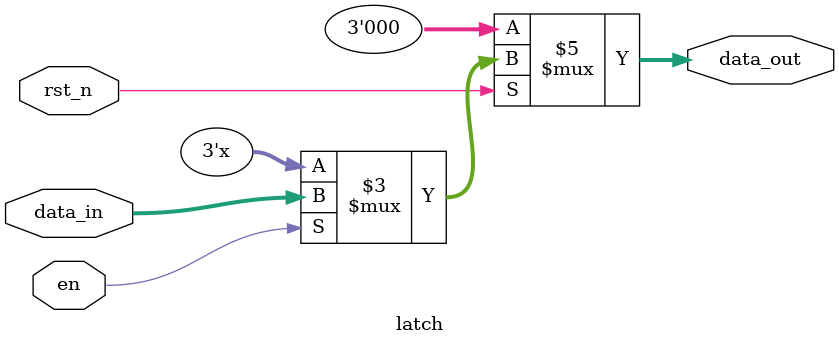
<source format=v>
module latch(en,data_in,data_out,rst_n);
  input en;
  input rst_n;
  input[2:0] data_in;
  output reg[2:0] data_out;
always@(*)
begin
  if(~rst_n)
    data_out=3'b000;
  else
    data_out=en?data_in:data_out;
	end
endmodule
  
  
 
</source>
